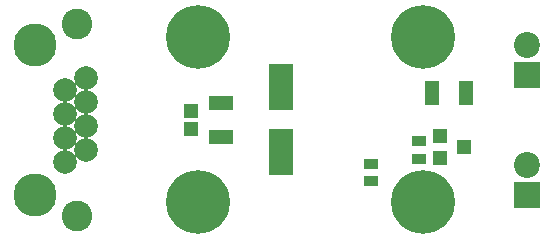
<source format=gbr>
G04 #@! TF.FileFunction,Soldermask,Top*
%FSLAX46Y46*%
G04 Gerber Fmt 4.6, Leading zero omitted, Abs format (unit mm)*
G04 Created by KiCad (PCBNEW 4.0.7) date 06/27/18 11:16:04*
%MOMM*%
%LPD*%
G01*
G04 APERTURE LIST*
%ADD10C,0.150000*%
%ADD11R,1.300000X1.200000*%
%ADD12R,2.100000X1.300000*%
%ADD13R,1.300000X2.100000*%
%ADD14R,1.300000X0.900000*%
%ADD15R,2.200000X2.200000*%
%ADD16C,2.200000*%
%ADD17R,2.000200X3.999200*%
%ADD18R,1.150000X1.200000*%
%ADD19C,5.400000*%
%ADD20C,2.600000*%
%ADD21C,3.650000*%
%ADD22C,2.000000*%
G04 APERTURE END LIST*
D10*
D11*
X71898000Y-47056000D03*
X71898000Y-48956000D03*
X73898000Y-48006000D03*
D12*
X53340000Y-47170000D03*
X53340000Y-44270000D03*
D13*
X74094000Y-43434000D03*
X71194000Y-43434000D03*
D14*
X70104000Y-49010000D03*
X70104000Y-47510000D03*
D15*
X79248000Y-52070000D03*
D16*
X79248000Y-49530000D03*
D17*
X58420000Y-48470800D03*
X58420000Y-42969200D03*
D18*
X50800000Y-44970000D03*
X50800000Y-46470000D03*
D15*
X79248000Y-41910000D03*
D16*
X79248000Y-39370000D03*
D14*
X66040000Y-50915000D03*
X66040000Y-49415000D03*
D19*
X51435000Y-38735000D03*
X51435000Y-52705000D03*
X70485000Y-38735000D03*
X70485000Y-52705000D03*
D20*
X41145000Y-37590000D03*
X41145000Y-53850000D03*
D21*
X37585000Y-39370000D03*
X37585000Y-52070000D03*
D22*
X40125000Y-45220000D03*
X40125000Y-47250000D03*
X41905000Y-44190000D03*
X41905000Y-46220000D03*
X41905000Y-42160000D03*
X40125000Y-43190000D03*
X41905000Y-48250000D03*
X40125000Y-49280000D03*
M02*

</source>
